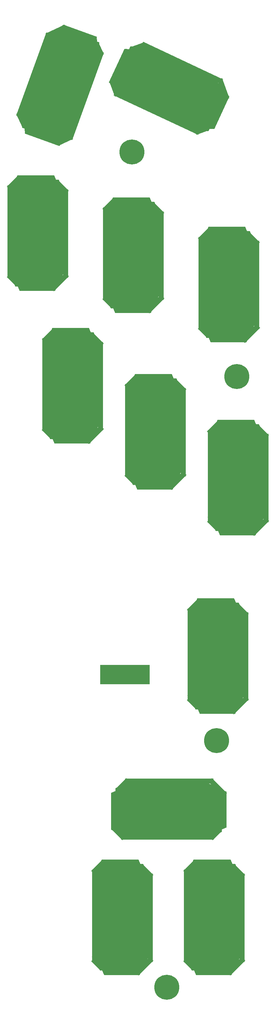
<source format=gbr>
G04 #@! TF.FileFunction,Soldermask,Top*
%FSLAX46Y46*%
G04 Gerber Fmt 4.6, Leading zero omitted, Abs format (unit mm)*
G04 Created by KiCad (PCBNEW 4.0.6) date 04/28/18 22:34:54*
%MOMM*%
%LPD*%
G01*
G04 APERTURE LIST*
%ADD10C,0.100000*%
%ADD11R,1.500000X5.300000*%
%ADD12R,15.300000X1.400000*%
%ADD13R,1.400000X25.350000*%
%ADD14R,14.800000X1.400000*%
%ADD15R,1.400000X24.050000*%
%ADD16R,1.400000X15.300000*%
%ADD17R,25.350000X1.400000*%
%ADD18R,1.400000X14.800000*%
%ADD19R,24.050000X1.400000*%
%ADD20C,6.800000*%
G04 APERTURE END LIST*
D10*
G36*
X30770600Y-60924529D02*
X41295158Y-64755155D01*
X40252514Y-65865513D01*
X30855588Y-62445311D01*
X30770600Y-60924529D01*
X30770600Y-60924529D01*
G37*
G36*
X30651755Y-58327247D02*
X43995391Y-63183933D01*
X42952747Y-64294291D01*
X30736743Y-59848029D01*
X30651755Y-58327247D01*
X30651755Y-58327247D01*
G37*
G36*
X30485927Y-55712863D02*
X44863224Y-60945771D01*
X44384395Y-62261341D01*
X30007098Y-57028433D01*
X30485927Y-55712863D01*
X30485927Y-55712863D01*
G37*
G36*
X51819016Y-41981081D02*
X37394734Y-36731072D01*
X38437378Y-35620715D01*
X51734028Y-40460300D01*
X51819016Y-41981081D01*
X51819016Y-41981081D01*
G37*
G36*
X33769321Y-46691814D02*
X48146618Y-51924722D01*
X47667789Y-53240292D01*
X33290492Y-48007384D01*
X33769321Y-46691814D01*
X33769321Y-46691814D01*
G37*
G36*
X32948472Y-48947077D02*
X47325769Y-54179985D01*
X46846940Y-55495555D01*
X32469643Y-50262647D01*
X32948472Y-48947077D01*
X32948472Y-48947077D01*
G37*
G36*
X31306776Y-53457601D02*
X45684073Y-58690509D01*
X45205244Y-60006079D01*
X30827947Y-54773171D01*
X31306776Y-53457601D01*
X31306776Y-53457601D01*
G37*
G36*
X32127624Y-51202339D02*
X46504921Y-56435247D01*
X46026092Y-57750817D01*
X31648795Y-52517909D01*
X32127624Y-51202339D01*
X32127624Y-51202339D01*
G37*
G36*
X35411017Y-42181290D02*
X49788314Y-47414198D01*
X49309485Y-48729768D01*
X34932188Y-43496860D01*
X35411017Y-42181290D01*
X35411017Y-42181290D01*
G37*
G36*
X34590169Y-44436552D02*
X48967466Y-49669460D01*
X48488637Y-50985030D01*
X34111340Y-45752122D01*
X34590169Y-44436552D01*
X34590169Y-44436552D01*
G37*
G36*
X36231866Y-39926027D02*
X50609163Y-45158935D01*
X50130334Y-46474505D01*
X35753037Y-41241597D01*
X36231866Y-39926027D01*
X36231866Y-39926027D01*
G37*
G36*
X37052714Y-37670765D02*
X51430011Y-42903673D01*
X50951182Y-44219243D01*
X36573885Y-38986335D01*
X37052714Y-37670765D01*
X37052714Y-37670765D01*
G37*
G36*
X44005794Y-63931941D02*
X40018040Y-65791462D01*
X39426374Y-64522631D01*
X43414128Y-62663110D01*
X44005794Y-63931941D01*
X44005794Y-63931941D01*
G37*
G36*
X43713139Y-64251797D02*
X42397569Y-63772969D01*
X51067779Y-39951761D01*
X52383349Y-40430589D01*
X43713139Y-64251797D01*
X43713139Y-64251797D01*
G37*
G36*
X51133599Y-41454945D02*
X49599918Y-38165954D01*
X50868749Y-37574289D01*
X52402430Y-40863280D01*
X51133599Y-41454945D01*
X51133599Y-41454945D01*
G37*
G36*
X51183340Y-39195689D02*
X40094967Y-35159851D01*
X41137611Y-34049493D01*
X51098353Y-37674907D01*
X51183340Y-39195689D01*
X51183340Y-39195689D01*
G37*
G36*
X29370733Y-56583979D02*
X43278183Y-61645877D01*
X42799355Y-62961447D01*
X28891905Y-57899549D01*
X29370733Y-56583979D01*
X29370733Y-56583979D01*
G37*
G36*
X31410417Y-49664283D02*
X45787714Y-54897191D01*
X45308885Y-56212761D01*
X30931588Y-50979853D01*
X31410417Y-49664283D01*
X31410417Y-49664283D01*
G37*
G36*
X30589569Y-51919546D02*
X44966866Y-57152454D01*
X44488037Y-58468024D01*
X30110740Y-53235116D01*
X30589569Y-51919546D01*
X30589569Y-51919546D01*
G37*
G36*
X29768720Y-54174808D02*
X44146017Y-59407716D01*
X43667188Y-60723286D01*
X29289891Y-55490378D01*
X29768720Y-54174808D01*
X29768720Y-54174808D01*
G37*
G36*
X32231265Y-47409021D02*
X46608562Y-52641929D01*
X46129733Y-53957499D01*
X31752436Y-48724591D01*
X32231265Y-47409021D01*
X32231265Y-47409021D01*
G37*
G36*
X33052114Y-45153759D02*
X47429411Y-50386667D01*
X46950582Y-51702237D01*
X32573285Y-46469329D01*
X33052114Y-45153759D01*
X33052114Y-45153759D01*
G37*
G36*
X33872962Y-42898497D02*
X48250259Y-48131405D01*
X47771430Y-49446975D01*
X33394133Y-44214067D01*
X33872962Y-42898497D01*
X33872962Y-42898497D01*
G37*
G36*
X34693810Y-40643234D02*
X49071107Y-45876142D01*
X48592278Y-47191712D01*
X34214981Y-41958804D01*
X34693810Y-40643234D01*
X34693810Y-40643234D01*
G37*
G36*
X35514659Y-38387972D02*
X49891956Y-43620880D01*
X49413127Y-44936450D01*
X35035830Y-39703542D01*
X35514659Y-38387972D01*
X35514659Y-38387972D01*
G37*
G36*
X50186991Y-42664087D02*
X36279541Y-37602189D01*
X36758369Y-36286619D01*
X50665819Y-41348517D01*
X50186991Y-42664087D01*
X50186991Y-42664087D01*
G37*
G36*
X50537992Y-40237815D02*
X37946111Y-35654745D01*
X38988755Y-34544387D01*
X50453005Y-38717033D01*
X50537992Y-40237815D01*
X50537992Y-40237815D01*
G37*
G36*
X29982916Y-59360823D02*
X41400182Y-63516368D01*
X40357538Y-64626725D01*
X30067904Y-60881605D01*
X29982916Y-59360823D01*
X29982916Y-59360823D01*
G37*
G36*
X29770599Y-56538074D02*
X31545596Y-60344567D01*
X30276765Y-60936232D01*
X28501768Y-57129739D01*
X29770599Y-56538074D01*
X29770599Y-56538074D01*
G37*
G36*
X36739539Y-34949543D02*
X38055109Y-35428371D01*
X29829525Y-58027979D01*
X28513955Y-57549151D01*
X36739539Y-34949543D01*
X36739539Y-34949543D01*
G37*
G36*
X50494324Y-37667894D02*
X40251674Y-33939874D01*
X41294318Y-32829516D01*
X50409336Y-36147112D01*
X50494324Y-37667894D01*
X50494324Y-37667894D01*
G37*
G36*
X36440508Y-35272373D02*
X41697093Y-32821187D01*
X42288758Y-34090017D01*
X37032173Y-36541203D01*
X36440508Y-35272373D01*
X36440508Y-35272373D01*
G37*
D11*
X52100000Y-209500000D03*
X64100000Y-209500000D03*
X63100000Y-209500000D03*
X62100000Y-209500000D03*
X61100000Y-209500000D03*
X60100000Y-209500000D03*
X59100000Y-209500000D03*
X58100000Y-209500000D03*
X57100000Y-209500000D03*
X56100000Y-209500000D03*
X55100000Y-209500000D03*
X54100000Y-209500000D03*
X53100000Y-209500000D03*
D10*
G36*
X59457302Y-39484033D02*
X54723977Y-49634680D01*
X53708717Y-48499230D01*
X57934900Y-39436152D01*
X59457302Y-39484033D01*
X59457302Y-39484033D01*
G37*
G36*
X62055058Y-39592009D02*
X56053879Y-52461580D01*
X55038619Y-51326130D01*
X60532656Y-39544129D01*
X62055058Y-39592009D01*
X62055058Y-39592009D01*
G37*
G36*
X64673946Y-39654670D02*
X58207887Y-53521179D01*
X56939056Y-52929514D01*
X63405115Y-39063005D01*
X64673946Y-39654670D01*
X64673946Y-39654670D01*
G37*
G36*
X76494173Y-62103383D02*
X82981364Y-48191559D01*
X83996624Y-49327009D01*
X78016575Y-62151264D01*
X76494173Y-62103383D01*
X76494173Y-62103383D01*
G37*
G36*
X73374501Y-43711805D02*
X66908442Y-57578314D01*
X65639611Y-56986649D01*
X72105670Y-43120140D01*
X73374501Y-43711805D01*
X73374501Y-43711805D01*
G37*
G36*
X71199362Y-42697521D02*
X64733303Y-56564030D01*
X63464472Y-55972365D01*
X69930531Y-42105856D01*
X71199362Y-42697521D01*
X71199362Y-42697521D01*
G37*
G36*
X66849085Y-40668953D02*
X60383026Y-54535462D01*
X59114195Y-53943797D01*
X65580254Y-40077288D01*
X66849085Y-40668953D01*
X66849085Y-40668953D01*
G37*
G36*
X69024224Y-41683237D02*
X62558165Y-55549746D01*
X61289334Y-54958081D01*
X67755393Y-41091572D01*
X69024224Y-41683237D01*
X69024224Y-41683237D01*
G37*
G36*
X77724778Y-45740373D02*
X71258719Y-59606882D01*
X69989888Y-59015217D01*
X76455947Y-45148708D01*
X77724778Y-45740373D01*
X77724778Y-45740373D01*
G37*
G36*
X75549640Y-44726089D02*
X69083581Y-58592598D01*
X67814750Y-58000933D01*
X74280809Y-44134424D01*
X75549640Y-44726089D01*
X75549640Y-44726089D01*
G37*
G36*
X79899917Y-46754656D02*
X73433858Y-60621165D01*
X72165027Y-60029500D01*
X78631086Y-46162991D01*
X79899917Y-46754656D01*
X79899917Y-46754656D01*
G37*
G36*
X82075056Y-47768940D02*
X75608997Y-61635449D01*
X74340166Y-61043784D01*
X80806225Y-47177275D01*
X82075056Y-47768940D01*
X82075056Y-47768940D01*
G37*
G36*
X55307810Y-52406750D02*
X53802922Y-48272102D01*
X55118492Y-47793274D01*
X56623380Y-51927922D01*
X55307810Y-52406750D01*
X55307810Y-52406750D01*
G37*
G36*
X55014679Y-52087330D02*
X55606345Y-50818499D01*
X78581247Y-61531872D01*
X77989581Y-62800703D01*
X55014679Y-52087330D01*
X55014679Y-52087330D01*
G37*
G36*
X77078046Y-61466431D02*
X80488190Y-60225240D01*
X80967018Y-61540809D01*
X77556874Y-62782000D01*
X77078046Y-61466431D01*
X77078046Y-61466431D01*
G37*
G36*
X79324371Y-61712890D02*
X84311266Y-51018458D01*
X85326526Y-52153909D01*
X80846773Y-61760771D01*
X79324371Y-61712890D01*
X79324371Y-61712890D01*
G37*
G36*
X63903341Y-38467797D02*
X57648590Y-51881152D01*
X56379759Y-51289487D01*
X62634510Y-37876132D01*
X63903341Y-38467797D01*
X63903341Y-38467797D01*
G37*
G36*
X70618935Y-41102810D02*
X64152876Y-54969319D01*
X62884045Y-54377654D01*
X69350104Y-40511145D01*
X70618935Y-41102810D01*
X70618935Y-41102810D01*
G37*
G36*
X68443796Y-40088526D02*
X61977737Y-53955035D01*
X60708906Y-53363370D01*
X67174965Y-39496861D01*
X68443796Y-40088526D01*
X68443796Y-40088526D01*
G37*
G36*
X66268658Y-39074242D02*
X59802599Y-52940751D01*
X58533768Y-52349086D01*
X64999827Y-38482577D01*
X66268658Y-39074242D01*
X66268658Y-39074242D01*
G37*
G36*
X72794074Y-42117094D02*
X66328015Y-55983603D01*
X65059184Y-55391938D01*
X71525243Y-41525429D01*
X72794074Y-42117094D01*
X72794074Y-42117094D01*
G37*
G36*
X74969212Y-43131377D02*
X68503153Y-56997886D01*
X67234322Y-56406221D01*
X73700381Y-42539712D01*
X74969212Y-43131377D01*
X74969212Y-43131377D01*
G37*
G36*
X77144351Y-44145661D02*
X70678292Y-58012170D01*
X69409461Y-57420505D01*
X75875520Y-43553996D01*
X77144351Y-44145661D01*
X77144351Y-44145661D01*
G37*
G36*
X79319490Y-45159945D02*
X72853431Y-59026454D01*
X71584600Y-58434789D01*
X78050659Y-44568280D01*
X79319490Y-45159945D01*
X79319490Y-45159945D01*
G37*
G36*
X81494628Y-46174229D02*
X75028569Y-60040738D01*
X73759738Y-59449073D01*
X80225797Y-45582564D01*
X81494628Y-46174229D01*
X81494628Y-46174229D01*
G37*
G36*
X75956007Y-60418041D02*
X82210758Y-47004686D01*
X83479589Y-47596351D01*
X77224838Y-61009706D01*
X75956007Y-60418041D01*
X75956007Y-60418041D01*
G37*
G36*
X78342455Y-60979171D02*
X84005540Y-48834647D01*
X85020800Y-49970097D01*
X79864857Y-61027052D01*
X78342455Y-60979171D01*
X78342455Y-60979171D01*
G37*
G36*
X61083709Y-38835633D02*
X55948898Y-49847273D01*
X54933638Y-48711822D01*
X59561308Y-38787752D01*
X61083709Y-38835633D01*
X61083709Y-38835633D01*
G37*
G36*
X63914221Y-38870143D02*
X59967512Y-40306627D01*
X59488683Y-38991057D01*
X63435392Y-37554573D01*
X63914221Y-38870143D01*
X63914221Y-38870143D01*
G37*
G36*
X84813217Y-47694128D02*
X84221551Y-48962959D01*
X62424849Y-38798990D01*
X63016515Y-37530159D01*
X84813217Y-47694128D01*
X84813217Y-47694128D01*
G37*
G36*
X80906403Y-61159652D02*
X85512942Y-51280897D01*
X86528202Y-52416347D01*
X82428805Y-61207533D01*
X80906403Y-61159652D01*
X80906403Y-61159652D01*
G37*
G36*
X84517679Y-47368097D02*
X86501396Y-52818314D01*
X85185827Y-53297143D01*
X83202110Y-47846926D01*
X84517679Y-47368097D01*
X84517679Y-47368097D01*
G37*
G36*
X39400000Y-75200000D02*
X28200000Y-75200000D01*
X28800000Y-73800000D01*
X38800000Y-73800000D01*
X39400000Y-75200000D01*
X39400000Y-75200000D01*
G37*
G36*
X40400000Y-77600000D02*
X26200000Y-77600000D01*
X26800000Y-76200000D01*
X39800000Y-76200000D01*
X40400000Y-77600000D01*
X40400000Y-77600000D01*
G37*
D12*
X33800000Y-79300000D03*
D10*
G36*
X26100000Y-100200000D02*
X41450000Y-100200000D01*
X40850000Y-101600000D01*
X26700000Y-101600000D01*
X26100000Y-100200000D01*
X26100000Y-100200000D01*
G37*
D12*
X33800000Y-88900000D03*
X33800000Y-86500000D03*
X33800000Y-81700000D03*
X33800000Y-84100000D03*
X33800000Y-93700000D03*
X33800000Y-91300000D03*
X33800000Y-96100000D03*
X33800000Y-98500000D03*
D10*
G36*
X25934390Y-76900660D02*
X29045660Y-73789390D01*
X30035610Y-74779340D01*
X26924340Y-77890610D01*
X25934390Y-76900660D01*
X25934390Y-76900660D01*
G37*
D13*
X26800000Y-89175000D03*
D10*
G36*
X26924029Y-100459980D02*
X29490120Y-103026071D01*
X28500171Y-104016020D01*
X25934080Y-101449929D01*
X26924029Y-100459980D01*
X26924029Y-100459980D01*
G37*
G36*
X27650000Y-102600000D02*
X39450000Y-102600000D01*
X38850000Y-104000000D01*
X28250000Y-104000000D01*
X27650000Y-102600000D01*
X27650000Y-102600000D01*
G37*
D14*
X34800000Y-78100000D03*
D12*
X35000000Y-85300000D03*
X35000000Y-82900000D03*
X35000000Y-80500000D03*
X35000000Y-87700000D03*
X35000000Y-90100000D03*
X35000000Y-92500000D03*
X35000000Y-94900000D03*
X35000000Y-97300000D03*
D14*
X34800000Y-99700000D03*
D10*
G36*
X27900000Y-101400000D02*
X41300000Y-101400000D01*
X40700000Y-102800000D01*
X28500000Y-102800000D01*
X27900000Y-101400000D01*
X27900000Y-101400000D01*
G37*
G36*
X40675000Y-76400000D02*
X28525000Y-76400000D01*
X29125000Y-75000000D01*
X40075000Y-75000000D01*
X40675000Y-76400000D01*
X40675000Y-76400000D01*
G37*
G36*
X41839949Y-78979899D02*
X38870101Y-76010051D01*
X39860051Y-75020101D01*
X42829899Y-77989949D01*
X41839949Y-78979899D01*
X41839949Y-78979899D01*
G37*
D15*
X41975000Y-89625000D03*
D10*
G36*
X28820000Y-103800000D02*
X39720000Y-103800000D01*
X39120000Y-105200000D01*
X29420000Y-105200000D01*
X28820000Y-103800000D01*
X28820000Y-103800000D01*
G37*
G36*
X42845584Y-101244365D02*
X38744365Y-105345584D01*
X37754416Y-104355635D01*
X41855635Y-100254416D01*
X42845584Y-101244365D01*
X42845584Y-101244365D01*
G37*
G36*
X65400000Y-81200000D02*
X54200000Y-81200000D01*
X54800000Y-79800000D01*
X64800000Y-79800000D01*
X65400000Y-81200000D01*
X65400000Y-81200000D01*
G37*
G36*
X66400000Y-83600000D02*
X52200000Y-83600000D01*
X52800000Y-82200000D01*
X65800000Y-82200000D01*
X66400000Y-83600000D01*
X66400000Y-83600000D01*
G37*
D12*
X59800000Y-85300000D03*
D10*
G36*
X52100000Y-106200000D02*
X67450000Y-106200000D01*
X66850000Y-107600000D01*
X52700000Y-107600000D01*
X52100000Y-106200000D01*
X52100000Y-106200000D01*
G37*
D12*
X59800000Y-94900000D03*
X59800000Y-92500000D03*
X59800000Y-87700000D03*
X59800000Y-90100000D03*
X59800000Y-99700000D03*
X59800000Y-97300000D03*
X59800000Y-102100000D03*
X59800000Y-104500000D03*
D10*
G36*
X51934390Y-82900660D02*
X55045660Y-79789390D01*
X56035610Y-80779340D01*
X52924340Y-83890610D01*
X51934390Y-82900660D01*
X51934390Y-82900660D01*
G37*
D13*
X52800000Y-95175000D03*
D10*
G36*
X52924029Y-106459980D02*
X55490120Y-109026071D01*
X54500171Y-110016020D01*
X51934080Y-107449929D01*
X52924029Y-106459980D01*
X52924029Y-106459980D01*
G37*
G36*
X53650000Y-108600000D02*
X65450000Y-108600000D01*
X64850000Y-110000000D01*
X54250000Y-110000000D01*
X53650000Y-108600000D01*
X53650000Y-108600000D01*
G37*
D14*
X60800000Y-84100000D03*
D12*
X61000000Y-91300000D03*
X61000000Y-88900000D03*
X61000000Y-86500000D03*
X61000000Y-93700000D03*
X61000000Y-96100000D03*
X61000000Y-98500000D03*
X61000000Y-100900000D03*
X61000000Y-103300000D03*
D14*
X60800000Y-105700000D03*
D10*
G36*
X53900000Y-107400000D02*
X67300000Y-107400000D01*
X66700000Y-108800000D01*
X54500000Y-108800000D01*
X53900000Y-107400000D01*
X53900000Y-107400000D01*
G37*
G36*
X66675000Y-82400000D02*
X54525000Y-82400000D01*
X55125000Y-81000000D01*
X66075000Y-81000000D01*
X66675000Y-82400000D01*
X66675000Y-82400000D01*
G37*
G36*
X67839949Y-84979899D02*
X64870101Y-82010051D01*
X65860051Y-81020101D01*
X68829899Y-83989949D01*
X67839949Y-84979899D01*
X67839949Y-84979899D01*
G37*
D15*
X67975000Y-95625000D03*
D10*
G36*
X54820000Y-109800000D02*
X65720000Y-109800000D01*
X65120000Y-111200000D01*
X55420000Y-111200000D01*
X54820000Y-109800000D01*
X54820000Y-109800000D01*
G37*
G36*
X68845584Y-107244365D02*
X64744365Y-111345584D01*
X63754416Y-110355635D01*
X67855635Y-106254416D01*
X68845584Y-107244365D01*
X68845584Y-107244365D01*
G37*
G36*
X91400000Y-89200000D02*
X80200000Y-89200000D01*
X80800000Y-87800000D01*
X90800000Y-87800000D01*
X91400000Y-89200000D01*
X91400000Y-89200000D01*
G37*
G36*
X92400000Y-91600000D02*
X78200000Y-91600000D01*
X78800000Y-90200000D01*
X91800000Y-90200000D01*
X92400000Y-91600000D01*
X92400000Y-91600000D01*
G37*
D12*
X85800000Y-93300000D03*
D10*
G36*
X78100000Y-114200000D02*
X93450000Y-114200000D01*
X92850000Y-115600000D01*
X78700000Y-115600000D01*
X78100000Y-114200000D01*
X78100000Y-114200000D01*
G37*
D12*
X85800000Y-102900000D03*
X85800000Y-100500000D03*
X85800000Y-95700000D03*
X85800000Y-98100000D03*
X85800000Y-107700000D03*
X85800000Y-105300000D03*
X85800000Y-110100000D03*
X85800000Y-112500000D03*
D10*
G36*
X77934390Y-90900660D02*
X81045660Y-87789390D01*
X82035610Y-88779340D01*
X78924340Y-91890610D01*
X77934390Y-90900660D01*
X77934390Y-90900660D01*
G37*
D13*
X78800000Y-103175000D03*
D10*
G36*
X78924029Y-114459980D02*
X81490120Y-117026071D01*
X80500171Y-118016020D01*
X77934080Y-115449929D01*
X78924029Y-114459980D01*
X78924029Y-114459980D01*
G37*
G36*
X79650000Y-116600000D02*
X91450000Y-116600000D01*
X90850000Y-118000000D01*
X80250000Y-118000000D01*
X79650000Y-116600000D01*
X79650000Y-116600000D01*
G37*
D14*
X86800000Y-92100000D03*
D12*
X87000000Y-99300000D03*
X87000000Y-96900000D03*
X87000000Y-94500000D03*
X87000000Y-101700000D03*
X87000000Y-104100000D03*
X87000000Y-106500000D03*
X87000000Y-108900000D03*
X87000000Y-111300000D03*
D14*
X86800000Y-113700000D03*
D10*
G36*
X79900000Y-115400000D02*
X93300000Y-115400000D01*
X92700000Y-116800000D01*
X80500000Y-116800000D01*
X79900000Y-115400000D01*
X79900000Y-115400000D01*
G37*
G36*
X92675000Y-90400000D02*
X80525000Y-90400000D01*
X81125000Y-89000000D01*
X92075000Y-89000000D01*
X92675000Y-90400000D01*
X92675000Y-90400000D01*
G37*
G36*
X93839949Y-92979899D02*
X90870101Y-90010051D01*
X91860051Y-89020101D01*
X94829899Y-91989949D01*
X93839949Y-92979899D01*
X93839949Y-92979899D01*
G37*
D15*
X93975000Y-103625000D03*
D10*
G36*
X80820000Y-117800000D02*
X91720000Y-117800000D01*
X91120000Y-119200000D01*
X81420000Y-119200000D01*
X80820000Y-117800000D01*
X80820000Y-117800000D01*
G37*
G36*
X94845584Y-115244365D02*
X90744365Y-119345584D01*
X89754416Y-118355635D01*
X93855635Y-114254416D01*
X94845584Y-115244365D01*
X94845584Y-115244365D01*
G37*
G36*
X48900000Y-116700000D02*
X37700000Y-116700000D01*
X38300000Y-115300000D01*
X48300000Y-115300000D01*
X48900000Y-116700000D01*
X48900000Y-116700000D01*
G37*
G36*
X49900000Y-119100000D02*
X35700000Y-119100000D01*
X36300000Y-117700000D01*
X49300000Y-117700000D01*
X49900000Y-119100000D01*
X49900000Y-119100000D01*
G37*
D12*
X43300000Y-120800000D03*
D10*
G36*
X35600000Y-141700000D02*
X50950000Y-141700000D01*
X50350000Y-143100000D01*
X36200000Y-143100000D01*
X35600000Y-141700000D01*
X35600000Y-141700000D01*
G37*
D12*
X43300000Y-130400000D03*
X43300000Y-128000000D03*
X43300000Y-123200000D03*
X43300000Y-125600000D03*
X43300000Y-135200000D03*
X43300000Y-132800000D03*
X43300000Y-137600000D03*
X43300000Y-140000000D03*
D10*
G36*
X35434390Y-118400660D02*
X38545660Y-115289390D01*
X39535610Y-116279340D01*
X36424340Y-119390610D01*
X35434390Y-118400660D01*
X35434390Y-118400660D01*
G37*
D13*
X36300000Y-130675000D03*
D10*
G36*
X36424029Y-141959980D02*
X38990120Y-144526071D01*
X38000171Y-145516020D01*
X35434080Y-142949929D01*
X36424029Y-141959980D01*
X36424029Y-141959980D01*
G37*
G36*
X37150000Y-144100000D02*
X48950000Y-144100000D01*
X48350000Y-145500000D01*
X37750000Y-145500000D01*
X37150000Y-144100000D01*
X37150000Y-144100000D01*
G37*
D14*
X44300000Y-119600000D03*
D12*
X44500000Y-126800000D03*
X44500000Y-124400000D03*
X44500000Y-122000000D03*
X44500000Y-129200000D03*
X44500000Y-131600000D03*
X44500000Y-134000000D03*
X44500000Y-136400000D03*
X44500000Y-138800000D03*
D14*
X44300000Y-141200000D03*
D10*
G36*
X37400000Y-142900000D02*
X50800000Y-142900000D01*
X50200000Y-144300000D01*
X38000000Y-144300000D01*
X37400000Y-142900000D01*
X37400000Y-142900000D01*
G37*
G36*
X50175000Y-117900000D02*
X38025000Y-117900000D01*
X38625000Y-116500000D01*
X49575000Y-116500000D01*
X50175000Y-117900000D01*
X50175000Y-117900000D01*
G37*
G36*
X51339949Y-120479899D02*
X48370101Y-117510051D01*
X49360051Y-116520101D01*
X52329899Y-119489949D01*
X51339949Y-120479899D01*
X51339949Y-120479899D01*
G37*
D15*
X51475000Y-131125000D03*
D10*
G36*
X38320000Y-145300000D02*
X49220000Y-145300000D01*
X48620000Y-146700000D01*
X38920000Y-146700000D01*
X38320000Y-145300000D01*
X38320000Y-145300000D01*
G37*
G36*
X52345584Y-142744365D02*
X48244365Y-146845584D01*
X47254416Y-145855635D01*
X51355635Y-141754416D01*
X52345584Y-142744365D01*
X52345584Y-142744365D01*
G37*
G36*
X71400000Y-129200000D02*
X60200000Y-129200000D01*
X60800000Y-127800000D01*
X70800000Y-127800000D01*
X71400000Y-129200000D01*
X71400000Y-129200000D01*
G37*
G36*
X72400000Y-131600000D02*
X58200000Y-131600000D01*
X58800000Y-130200000D01*
X71800000Y-130200000D01*
X72400000Y-131600000D01*
X72400000Y-131600000D01*
G37*
D12*
X65800000Y-133300000D03*
D10*
G36*
X58100000Y-154200000D02*
X73450000Y-154200000D01*
X72850000Y-155600000D01*
X58700000Y-155600000D01*
X58100000Y-154200000D01*
X58100000Y-154200000D01*
G37*
D12*
X65800000Y-142900000D03*
X65800000Y-140500000D03*
X65800000Y-135700000D03*
X65800000Y-138100000D03*
X65800000Y-147700000D03*
X65800000Y-145300000D03*
X65800000Y-150100000D03*
X65800000Y-152500000D03*
D10*
G36*
X57934390Y-130900660D02*
X61045660Y-127789390D01*
X62035610Y-128779340D01*
X58924340Y-131890610D01*
X57934390Y-130900660D01*
X57934390Y-130900660D01*
G37*
D13*
X58800000Y-143175000D03*
D10*
G36*
X58924029Y-154459980D02*
X61490120Y-157026071D01*
X60500171Y-158016020D01*
X57934080Y-155449929D01*
X58924029Y-154459980D01*
X58924029Y-154459980D01*
G37*
G36*
X59650000Y-156600000D02*
X71450000Y-156600000D01*
X70850000Y-158000000D01*
X60250000Y-158000000D01*
X59650000Y-156600000D01*
X59650000Y-156600000D01*
G37*
D14*
X66800000Y-132100000D03*
D12*
X67000000Y-139300000D03*
X67000000Y-136900000D03*
X67000000Y-134500000D03*
X67000000Y-141700000D03*
X67000000Y-144100000D03*
X67000000Y-146500000D03*
X67000000Y-148900000D03*
X67000000Y-151300000D03*
D14*
X66800000Y-153700000D03*
D10*
G36*
X59900000Y-155400000D02*
X73300000Y-155400000D01*
X72700000Y-156800000D01*
X60500000Y-156800000D01*
X59900000Y-155400000D01*
X59900000Y-155400000D01*
G37*
G36*
X72675000Y-130400000D02*
X60525000Y-130400000D01*
X61125000Y-129000000D01*
X72075000Y-129000000D01*
X72675000Y-130400000D01*
X72675000Y-130400000D01*
G37*
G36*
X73839949Y-132979899D02*
X70870101Y-130010051D01*
X71860051Y-129020101D01*
X74829899Y-131989949D01*
X73839949Y-132979899D01*
X73839949Y-132979899D01*
G37*
D15*
X73975000Y-143625000D03*
D10*
G36*
X60820000Y-157800000D02*
X71720000Y-157800000D01*
X71120000Y-159200000D01*
X61420000Y-159200000D01*
X60820000Y-157800000D01*
X60820000Y-157800000D01*
G37*
G36*
X74845584Y-155244365D02*
X70744365Y-159345584D01*
X69754416Y-158355635D01*
X73855635Y-154254416D01*
X74845584Y-155244365D01*
X74845584Y-155244365D01*
G37*
G36*
X93900000Y-141700000D02*
X82700000Y-141700000D01*
X83300000Y-140300000D01*
X93300000Y-140300000D01*
X93900000Y-141700000D01*
X93900000Y-141700000D01*
G37*
G36*
X94900000Y-144100000D02*
X80700000Y-144100000D01*
X81300000Y-142700000D01*
X94300000Y-142700000D01*
X94900000Y-144100000D01*
X94900000Y-144100000D01*
G37*
D12*
X88300000Y-145800000D03*
D10*
G36*
X80600000Y-166700000D02*
X95950000Y-166700000D01*
X95350000Y-168100000D01*
X81200000Y-168100000D01*
X80600000Y-166700000D01*
X80600000Y-166700000D01*
G37*
D12*
X88300000Y-155400000D03*
X88300000Y-153000000D03*
X88300000Y-148200000D03*
X88300000Y-150600000D03*
X88300000Y-160200000D03*
X88300000Y-157800000D03*
X88300000Y-162600000D03*
X88300000Y-165000000D03*
D10*
G36*
X80434390Y-143400660D02*
X83545660Y-140289390D01*
X84535610Y-141279340D01*
X81424340Y-144390610D01*
X80434390Y-143400660D01*
X80434390Y-143400660D01*
G37*
D13*
X81300000Y-155675000D03*
D10*
G36*
X81424029Y-166959980D02*
X83990120Y-169526071D01*
X83000171Y-170516020D01*
X80434080Y-167949929D01*
X81424029Y-166959980D01*
X81424029Y-166959980D01*
G37*
G36*
X82150000Y-169100000D02*
X93950000Y-169100000D01*
X93350000Y-170500000D01*
X82750000Y-170500000D01*
X82150000Y-169100000D01*
X82150000Y-169100000D01*
G37*
D14*
X89300000Y-144600000D03*
D12*
X89500000Y-151800000D03*
X89500000Y-149400000D03*
X89500000Y-147000000D03*
X89500000Y-154200000D03*
X89500000Y-156600000D03*
X89500000Y-159000000D03*
X89500000Y-161400000D03*
X89500000Y-163800000D03*
D14*
X89300000Y-166200000D03*
D10*
G36*
X82400000Y-167900000D02*
X95800000Y-167900000D01*
X95200000Y-169300000D01*
X83000000Y-169300000D01*
X82400000Y-167900000D01*
X82400000Y-167900000D01*
G37*
G36*
X95175000Y-142900000D02*
X83025000Y-142900000D01*
X83625000Y-141500000D01*
X94575000Y-141500000D01*
X95175000Y-142900000D01*
X95175000Y-142900000D01*
G37*
G36*
X96339949Y-145479899D02*
X93370101Y-142510051D01*
X94360051Y-141520101D01*
X97329899Y-144489949D01*
X96339949Y-145479899D01*
X96339949Y-145479899D01*
G37*
D15*
X96475000Y-156125000D03*
D10*
G36*
X83320000Y-170300000D02*
X94220000Y-170300000D01*
X93620000Y-171700000D01*
X83920000Y-171700000D01*
X83320000Y-170300000D01*
X83320000Y-170300000D01*
G37*
G36*
X97345584Y-167744365D02*
X93244365Y-171845584D01*
X92254416Y-170855635D01*
X96355635Y-166754416D01*
X97345584Y-167744365D01*
X97345584Y-167744365D01*
G37*
G36*
X88400000Y-190200000D02*
X77200000Y-190200000D01*
X77800000Y-188800000D01*
X87800000Y-188800000D01*
X88400000Y-190200000D01*
X88400000Y-190200000D01*
G37*
G36*
X89400000Y-192600000D02*
X75200000Y-192600000D01*
X75800000Y-191200000D01*
X88800000Y-191200000D01*
X89400000Y-192600000D01*
X89400000Y-192600000D01*
G37*
D12*
X82800000Y-194300000D03*
D10*
G36*
X75100000Y-215200000D02*
X90450000Y-215200000D01*
X89850000Y-216600000D01*
X75700000Y-216600000D01*
X75100000Y-215200000D01*
X75100000Y-215200000D01*
G37*
D12*
X82800000Y-203900000D03*
X82800000Y-201500000D03*
X82800000Y-196700000D03*
X82800000Y-199100000D03*
X82800000Y-208700000D03*
X82800000Y-206300000D03*
X82800000Y-211100000D03*
X82800000Y-213500000D03*
D10*
G36*
X74934390Y-191900660D02*
X78045660Y-188789390D01*
X79035610Y-189779340D01*
X75924340Y-192890610D01*
X74934390Y-191900660D01*
X74934390Y-191900660D01*
G37*
D13*
X75800000Y-204175000D03*
D10*
G36*
X75924029Y-215459980D02*
X78490120Y-218026071D01*
X77500171Y-219016020D01*
X74934080Y-216449929D01*
X75924029Y-215459980D01*
X75924029Y-215459980D01*
G37*
G36*
X76650000Y-217600000D02*
X88450000Y-217600000D01*
X87850000Y-219000000D01*
X77250000Y-219000000D01*
X76650000Y-217600000D01*
X76650000Y-217600000D01*
G37*
D14*
X83800000Y-193100000D03*
D12*
X84000000Y-200300000D03*
X84000000Y-197900000D03*
X84000000Y-195500000D03*
X84000000Y-202700000D03*
X84000000Y-205100000D03*
X84000000Y-207500000D03*
X84000000Y-209900000D03*
X84000000Y-212300000D03*
D14*
X83800000Y-214700000D03*
D10*
G36*
X76900000Y-216400000D02*
X90300000Y-216400000D01*
X89700000Y-217800000D01*
X77500000Y-217800000D01*
X76900000Y-216400000D01*
X76900000Y-216400000D01*
G37*
G36*
X89675000Y-191400000D02*
X77525000Y-191400000D01*
X78125000Y-190000000D01*
X89075000Y-190000000D01*
X89675000Y-191400000D01*
X89675000Y-191400000D01*
G37*
G36*
X90839949Y-193979899D02*
X87870101Y-191010051D01*
X88860051Y-190020101D01*
X91829899Y-192989949D01*
X90839949Y-193979899D01*
X90839949Y-193979899D01*
G37*
D15*
X90975000Y-204625000D03*
D10*
G36*
X77820000Y-218800000D02*
X88720000Y-218800000D01*
X88120000Y-220200000D01*
X78420000Y-220200000D01*
X77820000Y-218800000D01*
X77820000Y-218800000D01*
G37*
G36*
X91845584Y-216244365D02*
X87744365Y-220345584D01*
X86754416Y-219355635D01*
X90855635Y-215254416D01*
X91845584Y-216244365D01*
X91845584Y-216244365D01*
G37*
G36*
X55700000Y-241100000D02*
X55700000Y-252300000D01*
X54300000Y-251700000D01*
X54300000Y-241700000D01*
X55700000Y-241100000D01*
X55700000Y-241100000D01*
G37*
G36*
X58100000Y-240100000D02*
X58100000Y-254300000D01*
X56700000Y-253700000D01*
X56700000Y-240700000D01*
X58100000Y-240100000D01*
X58100000Y-240100000D01*
G37*
D16*
X59800000Y-246700000D03*
D10*
G36*
X80700000Y-254400000D02*
X80700000Y-239050000D01*
X82100000Y-239650000D01*
X82100000Y-253800000D01*
X80700000Y-254400000D01*
X80700000Y-254400000D01*
G37*
D16*
X69400000Y-246700000D03*
X67000000Y-246700000D03*
X62200000Y-246700000D03*
X64600000Y-246700000D03*
X74200000Y-246700000D03*
X71800000Y-246700000D03*
X76600000Y-246700000D03*
X79000000Y-246700000D03*
D10*
G36*
X57400660Y-254565610D02*
X54289390Y-251454340D01*
X55279340Y-250464390D01*
X58390610Y-253575660D01*
X57400660Y-254565610D01*
X57400660Y-254565610D01*
G37*
D17*
X69675000Y-253700000D03*
D10*
G36*
X80959980Y-253575971D02*
X83526071Y-251009880D01*
X84516020Y-251999829D01*
X81949929Y-254565920D01*
X80959980Y-253575971D01*
X80959980Y-253575971D01*
G37*
G36*
X83100000Y-252850000D02*
X83100000Y-241050000D01*
X84500000Y-241650000D01*
X84500000Y-252250000D01*
X83100000Y-252850000D01*
X83100000Y-252850000D01*
G37*
D18*
X58600000Y-245700000D03*
D16*
X65800000Y-245500000D03*
X63400000Y-245500000D03*
X61000000Y-245500000D03*
X68200000Y-245500000D03*
X70600000Y-245500000D03*
X73000000Y-245500000D03*
X75400000Y-245500000D03*
X77800000Y-245500000D03*
D18*
X80200000Y-245700000D03*
D10*
G36*
X81900000Y-252600000D02*
X81900000Y-239200000D01*
X83300000Y-239800000D01*
X83300000Y-252000000D01*
X81900000Y-252600000D01*
X81900000Y-252600000D01*
G37*
G36*
X56900000Y-239825000D02*
X56900000Y-251975000D01*
X55500000Y-251375000D01*
X55500000Y-240425000D01*
X56900000Y-239825000D01*
X56900000Y-239825000D01*
G37*
G36*
X59479899Y-238660051D02*
X56510051Y-241629899D01*
X55520101Y-240639949D01*
X58489949Y-237670101D01*
X59479899Y-238660051D01*
X59479899Y-238660051D01*
G37*
D19*
X70125000Y-238525000D03*
D10*
G36*
X84300000Y-251680000D02*
X84300000Y-240780000D01*
X85700000Y-241380000D01*
X85700000Y-251080000D01*
X84300000Y-251680000D01*
X84300000Y-251680000D01*
G37*
G36*
X81744365Y-237654416D02*
X85845584Y-241755635D01*
X84855635Y-242745584D01*
X80754416Y-238644365D01*
X81744365Y-237654416D01*
X81744365Y-237654416D01*
G37*
G36*
X87400000Y-261200000D02*
X76200000Y-261200000D01*
X76800000Y-259800000D01*
X86800000Y-259800000D01*
X87400000Y-261200000D01*
X87400000Y-261200000D01*
G37*
G36*
X88400000Y-263600000D02*
X74200000Y-263600000D01*
X74800000Y-262200000D01*
X87800000Y-262200000D01*
X88400000Y-263600000D01*
X88400000Y-263600000D01*
G37*
D12*
X81800000Y-265300000D03*
D10*
G36*
X74100000Y-286200000D02*
X89450000Y-286200000D01*
X88850000Y-287600000D01*
X74700000Y-287600000D01*
X74100000Y-286200000D01*
X74100000Y-286200000D01*
G37*
D12*
X81800000Y-274900000D03*
X81800000Y-272500000D03*
X81800000Y-267700000D03*
X81800000Y-270100000D03*
X81800000Y-279700000D03*
X81800000Y-277300000D03*
X81800000Y-282100000D03*
X81800000Y-284500000D03*
D10*
G36*
X73934390Y-262900660D02*
X77045660Y-259789390D01*
X78035610Y-260779340D01*
X74924340Y-263890610D01*
X73934390Y-262900660D01*
X73934390Y-262900660D01*
G37*
D13*
X74800000Y-275175000D03*
D10*
G36*
X74924029Y-286459980D02*
X77490120Y-289026071D01*
X76500171Y-290016020D01*
X73934080Y-287449929D01*
X74924029Y-286459980D01*
X74924029Y-286459980D01*
G37*
G36*
X75650000Y-288600000D02*
X87450000Y-288600000D01*
X86850000Y-290000000D01*
X76250000Y-290000000D01*
X75650000Y-288600000D01*
X75650000Y-288600000D01*
G37*
D14*
X82800000Y-264100000D03*
D12*
X83000000Y-271300000D03*
X83000000Y-268900000D03*
X83000000Y-266500000D03*
X83000000Y-273700000D03*
X83000000Y-276100000D03*
X83000000Y-278500000D03*
X83000000Y-280900000D03*
X83000000Y-283300000D03*
D14*
X82800000Y-285700000D03*
D10*
G36*
X75900000Y-287400000D02*
X89300000Y-287400000D01*
X88700000Y-288800000D01*
X76500000Y-288800000D01*
X75900000Y-287400000D01*
X75900000Y-287400000D01*
G37*
G36*
X88675000Y-262400000D02*
X76525000Y-262400000D01*
X77125000Y-261000000D01*
X88075000Y-261000000D01*
X88675000Y-262400000D01*
X88675000Y-262400000D01*
G37*
G36*
X89839949Y-264979899D02*
X86870101Y-262010051D01*
X87860051Y-261020101D01*
X90829899Y-263989949D01*
X89839949Y-264979899D01*
X89839949Y-264979899D01*
G37*
D15*
X89975000Y-275625000D03*
D10*
G36*
X76820000Y-289800000D02*
X87720000Y-289800000D01*
X87120000Y-291200000D01*
X77420000Y-291200000D01*
X76820000Y-289800000D01*
X76820000Y-289800000D01*
G37*
G36*
X90845584Y-287244365D02*
X86744365Y-291345584D01*
X85754416Y-290355635D01*
X89855635Y-286254416D01*
X90845584Y-287244365D01*
X90845584Y-287244365D01*
G37*
G36*
X62400000Y-261200000D02*
X51200000Y-261200000D01*
X51800000Y-259800000D01*
X61800000Y-259800000D01*
X62400000Y-261200000D01*
X62400000Y-261200000D01*
G37*
G36*
X63400000Y-263600000D02*
X49200000Y-263600000D01*
X49800000Y-262200000D01*
X62800000Y-262200000D01*
X63400000Y-263600000D01*
X63400000Y-263600000D01*
G37*
D12*
X56800000Y-265300000D03*
D10*
G36*
X49100000Y-286200000D02*
X64450000Y-286200000D01*
X63850000Y-287600000D01*
X49700000Y-287600000D01*
X49100000Y-286200000D01*
X49100000Y-286200000D01*
G37*
D12*
X56800000Y-274900000D03*
X56800000Y-272500000D03*
X56800000Y-267700000D03*
X56800000Y-270100000D03*
X56800000Y-279700000D03*
X56800000Y-277300000D03*
X56800000Y-282100000D03*
X56800000Y-284500000D03*
D10*
G36*
X48934390Y-262900660D02*
X52045660Y-259789390D01*
X53035610Y-260779340D01*
X49924340Y-263890610D01*
X48934390Y-262900660D01*
X48934390Y-262900660D01*
G37*
D13*
X49800000Y-275175000D03*
D10*
G36*
X49924029Y-286459980D02*
X52490120Y-289026071D01*
X51500171Y-290016020D01*
X48934080Y-287449929D01*
X49924029Y-286459980D01*
X49924029Y-286459980D01*
G37*
G36*
X50650000Y-288600000D02*
X62450000Y-288600000D01*
X61850000Y-290000000D01*
X51250000Y-290000000D01*
X50650000Y-288600000D01*
X50650000Y-288600000D01*
G37*
D14*
X57800000Y-264100000D03*
D12*
X58000000Y-271300000D03*
X58000000Y-268900000D03*
X58000000Y-266500000D03*
X58000000Y-273700000D03*
X58000000Y-276100000D03*
X58000000Y-278500000D03*
X58000000Y-280900000D03*
X58000000Y-283300000D03*
D14*
X57800000Y-285700000D03*
D10*
G36*
X50900000Y-287400000D02*
X64300000Y-287400000D01*
X63700000Y-288800000D01*
X51500000Y-288800000D01*
X50900000Y-287400000D01*
X50900000Y-287400000D01*
G37*
G36*
X63675000Y-262400000D02*
X51525000Y-262400000D01*
X52125000Y-261000000D01*
X63075000Y-261000000D01*
X63675000Y-262400000D01*
X63675000Y-262400000D01*
G37*
G36*
X64839949Y-264979899D02*
X61870101Y-262010051D01*
X62860051Y-261020101D01*
X65829899Y-263989949D01*
X64839949Y-264979899D01*
X64839949Y-264979899D01*
G37*
D15*
X64975000Y-275625000D03*
D10*
G36*
X51820000Y-289800000D02*
X62720000Y-289800000D01*
X62120000Y-291200000D01*
X52420000Y-291200000D01*
X51820000Y-289800000D01*
X51820000Y-289800000D01*
G37*
G36*
X65845584Y-287244365D02*
X61744365Y-291345584D01*
X60754416Y-290355635D01*
X64855635Y-286254416D01*
X65845584Y-287244365D01*
X65845584Y-287244365D01*
G37*
D20*
X69500000Y-294500000D03*
X88500000Y-128500000D03*
X60000000Y-67500000D03*
X83000000Y-227500000D03*
M02*

</source>
